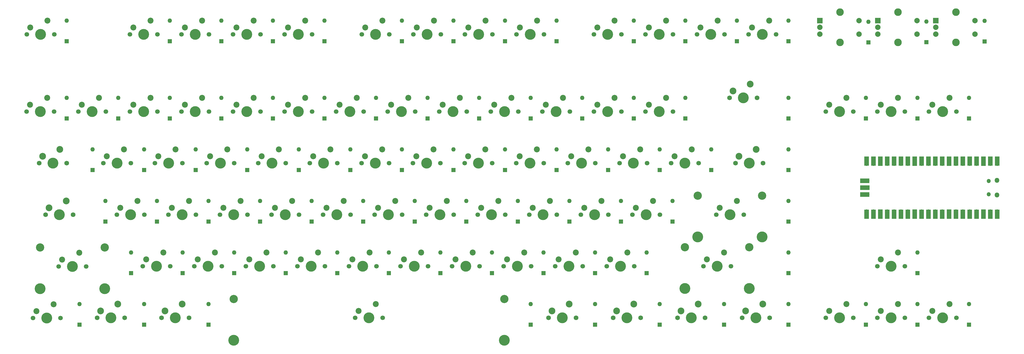
<source format=gbr>
%TF.GenerationSoftware,KiCad,Pcbnew,9.0.2*%
%TF.CreationDate,2025-06-10T11:05:31+05:30*%
%TF.ProjectId,RoyBoard,526f7942-6f61-4726-942e-6b696361645f,rev?*%
%TF.SameCoordinates,Original*%
%TF.FileFunction,Soldermask,Bot*%
%TF.FilePolarity,Negative*%
%FSLAX46Y46*%
G04 Gerber Fmt 4.6, Leading zero omitted, Abs format (unit mm)*
G04 Created by KiCad (PCBNEW 9.0.2) date 2025-06-10 11:05:31*
%MOMM*%
%LPD*%
G01*
G04 APERTURE LIST*
%ADD10C,3.050000*%
%ADD11C,4.000000*%
%ADD12C,1.700000*%
%ADD13C,2.200000*%
%ADD14C,1.750000*%
%ADD15C,2.500000*%
%ADD16R,2.000000X2.000000*%
%ADD17C,2.000000*%
%ADD18C,2.800000*%
%ADD19R,1.600000X1.600000*%
%ADD20O,1.600000X1.600000*%
%ADD21O,1.800000X1.800000*%
%ADD22O,1.500000X1.500000*%
%ADD23O,1.700000X1.700000*%
%ADD24R,1.700000X3.500000*%
%ADD25R,1.700000X1.700000*%
%ADD26R,3.500000X1.700000*%
G04 APERTURE END LIST*
D10*
%TO.C,SW70*%
X119235000Y-143200000D03*
D11*
X119235000Y-158440000D03*
D12*
X164155000Y-150200000D03*
D11*
X169235000Y-150200000D03*
D12*
X174315000Y-150200000D03*
D10*
X219235000Y-143200000D03*
D11*
X219235000Y-158440000D03*
D13*
X171775000Y-145120000D03*
X165425000Y-147660000D03*
%TD*%
D12*
%TO.C,SW10*%
X252340000Y-45405000D03*
D11*
X257420000Y-45405000D03*
D12*
X262500000Y-45405000D03*
D13*
X259960000Y-40325000D03*
X253610000Y-42865000D03*
%TD*%
D14*
%TO.C,SW27*%
X302485000Y-68870000D03*
D11*
X307565000Y-68870000D03*
D14*
X312645000Y-68870000D03*
D15*
X303755000Y-66330000D03*
X310105000Y-63790000D03*
%TD*%
D12*
%TO.C,SW58*%
X123752500Y-131130000D03*
D11*
X128832500Y-131130000D03*
D12*
X133912500Y-131130000D03*
D13*
X131372500Y-126050000D03*
X125022500Y-128590000D03*
%TD*%
D14*
%TO.C,SW73*%
X283267500Y-150140000D03*
D11*
X288347500Y-150140000D03*
D14*
X293427500Y-150140000D03*
D15*
X284537500Y-147600000D03*
X290887500Y-145060000D03*
%TD*%
D12*
%TO.C,SW57*%
X104702500Y-131130000D03*
D11*
X109782500Y-131130000D03*
D12*
X114862500Y-131130000D03*
D13*
X112322500Y-126050000D03*
X105972500Y-128590000D03*
%TD*%
D12*
%TO.C,SW61*%
X180902500Y-131130000D03*
D11*
X185982500Y-131130000D03*
D12*
X191062500Y-131130000D03*
D13*
X188522500Y-126050000D03*
X182172500Y-128590000D03*
%TD*%
D12*
%TO.C,SW53*%
X266627500Y-112080000D03*
D11*
X271707500Y-112080000D03*
D12*
X276787500Y-112080000D03*
D13*
X274247500Y-107000000D03*
X267897500Y-109540000D03*
%TD*%
D14*
%TO.C,SW41*%
X304725000Y-92995000D03*
D11*
X309805000Y-92995000D03*
D14*
X314885000Y-92995000D03*
D15*
X305995000Y-90455000D03*
X312345000Y-87915000D03*
%TD*%
D12*
%TO.C,SW80*%
X357115000Y-150180000D03*
D11*
X362195000Y-150180000D03*
D12*
X367275000Y-150180000D03*
D13*
X364735000Y-145100000D03*
X358385000Y-147640000D03*
%TD*%
D12*
%TO.C,SW78*%
X357115000Y-131130000D03*
D11*
X362195000Y-131130000D03*
D12*
X367275000Y-131130000D03*
D13*
X364735000Y-126050000D03*
X358385000Y-128590000D03*
%TD*%
D12*
%TO.C,SW43*%
X76127500Y-112080000D03*
D11*
X81207500Y-112080000D03*
D12*
X86287500Y-112080000D03*
D13*
X83747500Y-107000000D03*
X77397500Y-109540000D03*
%TD*%
D12*
%TO.C,SW40*%
X280895000Y-93025000D03*
D11*
X285975000Y-93025000D03*
D12*
X291055000Y-93025000D03*
D13*
X288515000Y-87945000D03*
X282165000Y-90485000D03*
%TD*%
D12*
%TO.C,SW24*%
X233290000Y-73980000D03*
D11*
X238370000Y-73980000D03*
D12*
X243450000Y-73980000D03*
D13*
X240910000Y-68900000D03*
X234560000Y-71440000D03*
%TD*%
D12*
%TO.C,SW14*%
X42767500Y-73950000D03*
D11*
X47847500Y-73950000D03*
D12*
X52927500Y-73950000D03*
D13*
X50387500Y-68870000D03*
X44037500Y-71410000D03*
%TD*%
D12*
%TO.C,SW46*%
X133277500Y-112080000D03*
D11*
X138357500Y-112080000D03*
D12*
X143437500Y-112080000D03*
D13*
X140897500Y-107000000D03*
X134547500Y-109540000D03*
%TD*%
D12*
%TO.C,SW33*%
X147405000Y-93055000D03*
D11*
X152485000Y-93055000D03*
D12*
X157565000Y-93055000D03*
D13*
X155025000Y-87975000D03*
X148675000Y-90515000D03*
%TD*%
D12*
%TO.C,SW31*%
X109255000Y-93025000D03*
D11*
X114335000Y-93025000D03*
D12*
X119415000Y-93025000D03*
D13*
X116875000Y-87945000D03*
X110525000Y-90485000D03*
%TD*%
D10*
%TO.C,SW54*%
X290735000Y-105080000D03*
D11*
X290735000Y-120320000D03*
D12*
X297555000Y-112080000D03*
D11*
X302635000Y-112080000D03*
D12*
X307715000Y-112080000D03*
D10*
X314535000Y-105080000D03*
D11*
X314535000Y-120320000D03*
D13*
X305175000Y-107000000D03*
X298825000Y-109540000D03*
%TD*%
D12*
%TO.C,SW30*%
X90175000Y-93045000D03*
D11*
X95255000Y-93045000D03*
D12*
X100335000Y-93045000D03*
D13*
X97795000Y-87965000D03*
X91445000Y-90505000D03*
%TD*%
D12*
%TO.C,SW19*%
X138035000Y-74005000D03*
D11*
X143115000Y-74005000D03*
D12*
X148195000Y-74005000D03*
D13*
X145655000Y-68925000D03*
X139305000Y-71465000D03*
%TD*%
D12*
%TO.C,SW47*%
X152327500Y-112080000D03*
D11*
X157407500Y-112080000D03*
D12*
X162487500Y-112080000D03*
D13*
X159947500Y-107000000D03*
X153597500Y-109540000D03*
%TD*%
D16*
%TO.C,SW84*%
X378666250Y-40325000D03*
D17*
X378666250Y-45325000D03*
X378666250Y-42825000D03*
D18*
X386166250Y-37225000D03*
X386166250Y-48425000D03*
D17*
X393166250Y-40325000D03*
X393166250Y-45325000D03*
%TD*%
D12*
%TO.C,SW1*%
X42790000Y-45405000D03*
D11*
X47870000Y-45405000D03*
D12*
X52950000Y-45405000D03*
D13*
X50410000Y-40325000D03*
X44060000Y-42865000D03*
%TD*%
D12*
%TO.C,SW81*%
X376165000Y-150180000D03*
D11*
X381245000Y-150180000D03*
D12*
X386325000Y-150180000D03*
D13*
X383785000Y-145100000D03*
X377435000Y-147640000D03*
%TD*%
D12*
%TO.C,SW75*%
X338065000Y-73980000D03*
D11*
X343145000Y-73980000D03*
D12*
X348225000Y-73980000D03*
D13*
X345685000Y-68900000D03*
X339335000Y-71440000D03*
%TD*%
D12*
%TO.C,SW44*%
X95177500Y-112080000D03*
D11*
X100257500Y-112080000D03*
D12*
X105337500Y-112080000D03*
D13*
X102797500Y-107000000D03*
X96447500Y-109540000D03*
%TD*%
D12*
%TO.C,SW25*%
X252340000Y-73980000D03*
D11*
X257420000Y-73980000D03*
D12*
X262500000Y-73980000D03*
D13*
X259960000Y-68900000D03*
X253610000Y-71440000D03*
%TD*%
D12*
%TO.C,SW3*%
X99940000Y-45405000D03*
D11*
X105020000Y-45405000D03*
D12*
X110100000Y-45405000D03*
D13*
X107560000Y-40325000D03*
X101210000Y-42865000D03*
%TD*%
D12*
%TO.C,SW35*%
X185515000Y-93045000D03*
D11*
X190595000Y-93045000D03*
D12*
X195675000Y-93045000D03*
D13*
X193135000Y-87965000D03*
X186785000Y-90505000D03*
%TD*%
D12*
%TO.C,SW56*%
X85652500Y-131130000D03*
D11*
X90732500Y-131130000D03*
D12*
X95812500Y-131130000D03*
D13*
X93272500Y-126050000D03*
X86922500Y-128590000D03*
%TD*%
D12*
%TO.C,SW67*%
X45075000Y-150250000D03*
D11*
X50155000Y-150250000D03*
D12*
X55235000Y-150250000D03*
D13*
X52695000Y-145170000D03*
X46345000Y-147710000D03*
%TD*%
D12*
%TO.C,SW60*%
X161852500Y-131130000D03*
D11*
X166932500Y-131130000D03*
D12*
X172012500Y-131130000D03*
D13*
X169472500Y-126050000D03*
X163122500Y-128590000D03*
%TD*%
D12*
%TO.C,SW7*%
X185665000Y-45405000D03*
D11*
X190745000Y-45405000D03*
D12*
X195825000Y-45405000D03*
D13*
X193285000Y-40325000D03*
X186935000Y-42865000D03*
%TD*%
D12*
%TO.C,SW2*%
X80890000Y-45405000D03*
D11*
X85970000Y-45405000D03*
D12*
X91050000Y-45405000D03*
D13*
X88510000Y-40325000D03*
X82160000Y-42865000D03*
%TD*%
D12*
%TO.C,SW77*%
X376165000Y-73980000D03*
D11*
X381245000Y-73980000D03*
D12*
X386325000Y-73980000D03*
D13*
X383785000Y-68900000D03*
X377435000Y-71440000D03*
%TD*%
D14*
%TO.C,SW72*%
X259487500Y-150160000D03*
D11*
X264567500Y-150160000D03*
D14*
X269647500Y-150160000D03*
D15*
X260757500Y-147620000D03*
X267107500Y-145080000D03*
%TD*%
D14*
%TO.C,SW42*%
X49775000Y-112095000D03*
D11*
X54855000Y-112095000D03*
D14*
X59935000Y-112095000D03*
D15*
X51045000Y-109555000D03*
X57395000Y-107015000D03*
%TD*%
D12*
%TO.C,SW79*%
X338065000Y-150180000D03*
D11*
X343145000Y-150180000D03*
D12*
X348225000Y-150180000D03*
D13*
X345685000Y-145100000D03*
X339335000Y-147640000D03*
%TD*%
D12*
%TO.C,SW13*%
X309490000Y-45405000D03*
D11*
X314570000Y-45405000D03*
D12*
X319650000Y-45405000D03*
D13*
X317110000Y-40325000D03*
X310760000Y-42865000D03*
%TD*%
D14*
%TO.C,SW28*%
X47385000Y-93055000D03*
D11*
X52465000Y-93055000D03*
D14*
X57545000Y-93055000D03*
D15*
X48655000Y-90515000D03*
X55005000Y-87975000D03*
%TD*%
D12*
%TO.C,SW9*%
X223765000Y-45405000D03*
D11*
X228845000Y-45405000D03*
D12*
X233925000Y-45405000D03*
D13*
X231385000Y-40325000D03*
X225035000Y-42865000D03*
%TD*%
D12*
%TO.C,SW18*%
X118990000Y-73980000D03*
D11*
X124070000Y-73980000D03*
D12*
X129150000Y-73980000D03*
D13*
X126610000Y-68900000D03*
X120260000Y-71440000D03*
%TD*%
D12*
%TO.C,SW12*%
X290440000Y-45405000D03*
D11*
X295520000Y-45405000D03*
D12*
X300600000Y-45405000D03*
D13*
X298060000Y-40325000D03*
X291710000Y-42865000D03*
%TD*%
D12*
%TO.C,SW50*%
X209477500Y-112080000D03*
D11*
X214557500Y-112080000D03*
D12*
X219637500Y-112080000D03*
D13*
X217097500Y-107000000D03*
X210747500Y-109540000D03*
%TD*%
D12*
%TO.C,SW63*%
X219002500Y-131130000D03*
D11*
X224082500Y-131130000D03*
D12*
X229162500Y-131130000D03*
D13*
X226622500Y-126050000D03*
X220272500Y-128590000D03*
%TD*%
D12*
%TO.C,SW59*%
X142802500Y-131130000D03*
D11*
X147882500Y-131130000D03*
D12*
X152962500Y-131130000D03*
D13*
X150422500Y-126050000D03*
X144072500Y-128590000D03*
%TD*%
D12*
%TO.C,SW21*%
X176140000Y-73980000D03*
D11*
X181220000Y-73980000D03*
D12*
X186300000Y-73980000D03*
D13*
X183760000Y-68900000D03*
X177410000Y-71440000D03*
%TD*%
D12*
%TO.C,SW16*%
X80890000Y-73980000D03*
D11*
X85970000Y-73980000D03*
D12*
X91050000Y-73980000D03*
D13*
X88510000Y-68900000D03*
X82160000Y-71440000D03*
%TD*%
D12*
%TO.C,SW29*%
X71135000Y-93045000D03*
D11*
X76215000Y-93045000D03*
D12*
X81295000Y-93045000D03*
D13*
X78755000Y-87965000D03*
X72405000Y-90505000D03*
%TD*%
D14*
%TO.C,SW68*%
X68797500Y-150220000D03*
D11*
X73877500Y-150220000D03*
D14*
X78957500Y-150220000D03*
D15*
X70067500Y-147680000D03*
X76417500Y-145140000D03*
%TD*%
D14*
%TO.C,SW74*%
X307107500Y-150150000D03*
D11*
X312187500Y-150150000D03*
D14*
X317267500Y-150150000D03*
D15*
X308377500Y-147610000D03*
X314727500Y-145070000D03*
%TD*%
D12*
%TO.C,SW65*%
X257102500Y-131130000D03*
D11*
X262182500Y-131130000D03*
D12*
X267262500Y-131130000D03*
D13*
X264722500Y-126050000D03*
X258372500Y-128590000D03*
%TD*%
D12*
%TO.C,SW49*%
X190427500Y-112080000D03*
D11*
X195507500Y-112080000D03*
D12*
X200587500Y-112080000D03*
D13*
X198047500Y-107000000D03*
X191697500Y-109540000D03*
%TD*%
D12*
%TO.C,SW34*%
X166475000Y-93055000D03*
D11*
X171555000Y-93055000D03*
D12*
X176635000Y-93055000D03*
D13*
X174095000Y-87975000D03*
X167745000Y-90515000D03*
%TD*%
D12*
%TO.C,SW37*%
X223675000Y-93035000D03*
D11*
X228755000Y-93035000D03*
D12*
X233835000Y-93035000D03*
D13*
X231295000Y-87955000D03*
X224945000Y-90495000D03*
%TD*%
D12*
%TO.C,SW38*%
X242735000Y-93035000D03*
D11*
X247815000Y-93035000D03*
D12*
X252895000Y-93035000D03*
D13*
X250355000Y-87955000D03*
X244005000Y-90495000D03*
%TD*%
D12*
%TO.C,SW45*%
X114227500Y-112080000D03*
D11*
X119307500Y-112080000D03*
D12*
X124387500Y-112080000D03*
D13*
X121847500Y-107000000D03*
X115497500Y-109540000D03*
%TD*%
D10*
%TO.C,SW66*%
X285975000Y-124120000D03*
D11*
X285975000Y-139360000D03*
D12*
X292795000Y-131120000D03*
D11*
X297875000Y-131120000D03*
D12*
X302955000Y-131120000D03*
D10*
X309775000Y-124120000D03*
D11*
X309775000Y-139360000D03*
D13*
X300415000Y-126040000D03*
X294065000Y-128580000D03*
%TD*%
D12*
%TO.C,SW17*%
X99940000Y-73980000D03*
D11*
X105020000Y-73980000D03*
D12*
X110100000Y-73980000D03*
D13*
X107560000Y-68900000D03*
X101210000Y-71440000D03*
%TD*%
D12*
%TO.C,SW64*%
X238052500Y-131130000D03*
D11*
X243132500Y-131130000D03*
D12*
X248212500Y-131130000D03*
D13*
X245672500Y-126050000D03*
X239322500Y-128590000D03*
%TD*%
D16*
%TO.C,SW83*%
X357235000Y-40325000D03*
D17*
X357235000Y-45325000D03*
X357235000Y-42825000D03*
D18*
X364735000Y-37225000D03*
X364735000Y-48425000D03*
D17*
X371735000Y-40325000D03*
X371735000Y-45325000D03*
%TD*%
D12*
%TO.C,SW6*%
X166615000Y-45405000D03*
D11*
X171695000Y-45405000D03*
D12*
X176775000Y-45405000D03*
D13*
X174235000Y-40325000D03*
X167885000Y-42865000D03*
%TD*%
D12*
%TO.C,SW15*%
X61840000Y-73980000D03*
D11*
X66920000Y-73980000D03*
D12*
X72000000Y-73980000D03*
D13*
X69460000Y-68900000D03*
X63110000Y-71440000D03*
%TD*%
D12*
%TO.C,SW26*%
X271390000Y-73980000D03*
D11*
X276470000Y-73980000D03*
D12*
X281550000Y-73980000D03*
D13*
X279010000Y-68900000D03*
X272660000Y-71440000D03*
%TD*%
D12*
%TO.C,SW8*%
X204715000Y-45405000D03*
D11*
X209795000Y-45405000D03*
D12*
X214875000Y-45405000D03*
D13*
X212335000Y-40325000D03*
X205985000Y-42865000D03*
%TD*%
D14*
%TO.C,SW69*%
X92637500Y-150220000D03*
D11*
X97717500Y-150220000D03*
D14*
X102797500Y-150220000D03*
D15*
X93907500Y-147680000D03*
X100257500Y-145140000D03*
%TD*%
D12*
%TO.C,SW48*%
X171377500Y-112080000D03*
D11*
X176457500Y-112080000D03*
D12*
X181537500Y-112080000D03*
D13*
X178997500Y-107000000D03*
X172647500Y-109540000D03*
%TD*%
D12*
%TO.C,SW39*%
X261825000Y-93025000D03*
D11*
X266905000Y-93025000D03*
D12*
X271985000Y-93025000D03*
D13*
X269445000Y-87945000D03*
X263095000Y-90485000D03*
%TD*%
D12*
%TO.C,SW4*%
X118990000Y-45405000D03*
D11*
X124070000Y-45405000D03*
D12*
X129150000Y-45405000D03*
D13*
X126610000Y-40325000D03*
X120260000Y-42865000D03*
%TD*%
D14*
%TO.C,SW71*%
X235637500Y-150180000D03*
D11*
X240717500Y-150180000D03*
D14*
X245797500Y-150180000D03*
D15*
X236907500Y-147640000D03*
X243257500Y-145100000D03*
%TD*%
D12*
%TO.C,SW52*%
X247577500Y-112080000D03*
D11*
X252657500Y-112080000D03*
D12*
X257737500Y-112080000D03*
D13*
X255197500Y-107000000D03*
X248847500Y-109540000D03*
%TD*%
D12*
%TO.C,SW23*%
X214240000Y-73980000D03*
D11*
X219320000Y-73980000D03*
D12*
X224400000Y-73980000D03*
D13*
X221860000Y-68900000D03*
X215510000Y-71440000D03*
%TD*%
D12*
%TO.C,SW76*%
X357115000Y-73980000D03*
D11*
X362195000Y-73980000D03*
D12*
X367275000Y-73980000D03*
D13*
X364735000Y-68900000D03*
X358385000Y-71440000D03*
%TD*%
D16*
%TO.C,SW82*%
X335803750Y-40325000D03*
D17*
X335803750Y-45325000D03*
X335803750Y-42825000D03*
D18*
X343303750Y-37225000D03*
X343303750Y-48425000D03*
D17*
X350303750Y-40325000D03*
X350303750Y-45325000D03*
%TD*%
D12*
%TO.C,SW22*%
X195190000Y-73980000D03*
D11*
X200270000Y-73980000D03*
D12*
X205350000Y-73980000D03*
D13*
X202810000Y-68900000D03*
X196460000Y-71440000D03*
%TD*%
D12*
%TO.C,SW62*%
X199952500Y-131130000D03*
D11*
X205032500Y-131130000D03*
D12*
X210112500Y-131130000D03*
D13*
X207572500Y-126050000D03*
X201222500Y-128590000D03*
%TD*%
D12*
%TO.C,SW51*%
X228527500Y-112080000D03*
D11*
X233607500Y-112080000D03*
D12*
X238687500Y-112080000D03*
D13*
X236147500Y-107000000D03*
X229797500Y-109540000D03*
%TD*%
D12*
%TO.C,SW20*%
X157090000Y-73980000D03*
D11*
X162170000Y-73980000D03*
D12*
X167250000Y-73980000D03*
D13*
X164710000Y-68900000D03*
X158360000Y-71440000D03*
%TD*%
D10*
%TO.C,SW55*%
X47765000Y-124200000D03*
D11*
X47765000Y-139440000D03*
D12*
X54585000Y-131200000D03*
D11*
X59665000Y-131200000D03*
D12*
X64745000Y-131200000D03*
D10*
X71565000Y-124200000D03*
D11*
X71565000Y-139440000D03*
D13*
X62205000Y-126120000D03*
X55855000Y-128660000D03*
%TD*%
D12*
%TO.C,SW36*%
X204585000Y-93045000D03*
D11*
X209665000Y-93045000D03*
D12*
X214745000Y-93045000D03*
D13*
X212205000Y-87965000D03*
X205855000Y-90505000D03*
%TD*%
D12*
%TO.C,SW11*%
X271390000Y-45405000D03*
D11*
X276470000Y-45405000D03*
D12*
X281550000Y-45405000D03*
D13*
X279010000Y-40325000D03*
X272660000Y-42865000D03*
%TD*%
D12*
%TO.C,SW5*%
X138040000Y-45405000D03*
D11*
X143120000Y-45405000D03*
D12*
X148200000Y-45405000D03*
D13*
X145660000Y-40325000D03*
X139310000Y-42865000D03*
%TD*%
D12*
%TO.C,SW32*%
X128325000Y-93065000D03*
D11*
X133405000Y-93065000D03*
D12*
X138485000Y-93065000D03*
D13*
X135945000Y-87985000D03*
X129595000Y-90525000D03*
%TD*%
D19*
%TO.C,D53*%
X281391250Y-114620000D03*
D20*
X281391250Y-107000000D03*
%TD*%
D19*
%TO.C,D73*%
X300441250Y-152720000D03*
D20*
X300441250Y-145100000D03*
%TD*%
D19*
%TO.C,D2*%
X95653750Y-47945000D03*
D20*
X95653750Y-40325000D03*
%TD*%
D19*
%TO.C,D61*%
X195666250Y-133670000D03*
D20*
X195666250Y-126050000D03*
%TD*%
D19*
%TO.C,D15*%
X76603750Y-76520000D03*
D20*
X76603750Y-68900000D03*
%TD*%
D19*
%TO.C,D39*%
X276628750Y-95570000D03*
D20*
X276628750Y-87950000D03*
%TD*%
D19*
%TO.C,D81*%
X390928750Y-152720000D03*
D20*
X390928750Y-145100000D03*
%TD*%
D19*
%TO.C,D5*%
X152803750Y-47945000D03*
D20*
X152803750Y-40325000D03*
%TD*%
D19*
%TO.C,D44*%
X109941250Y-114620000D03*
D20*
X109941250Y-107000000D03*
%TD*%
D19*
%TO.C,D8*%
X219478750Y-47945000D03*
D20*
X219478750Y-40325000D03*
%TD*%
D19*
%TO.C,D21*%
X190903750Y-76520000D03*
D20*
X190903750Y-68900000D03*
%TD*%
D19*
%TO.C,D77*%
X390928750Y-76520000D03*
D20*
X390928750Y-68900000D03*
%TD*%
D19*
%TO.C,D1*%
X57553750Y-47945000D03*
D20*
X57553750Y-40325000D03*
%TD*%
D19*
%TO.C,D35*%
X200428750Y-95570000D03*
D20*
X200428750Y-87950000D03*
%TD*%
D19*
%TO.C,D10*%
X267103750Y-47945000D03*
D20*
X267103750Y-40325000D03*
%TD*%
D19*
%TO.C,D41*%
X324253750Y-95570000D03*
D20*
X324253750Y-87950000D03*
%TD*%
D19*
%TO.C,D42*%
X71841250Y-114620000D03*
D20*
X71841250Y-107000000D03*
%TD*%
D19*
%TO.C,D23*%
X229003750Y-76520000D03*
D20*
X229003750Y-68900000D03*
%TD*%
D19*
%TO.C,D40*%
X295678750Y-95570000D03*
D20*
X295678750Y-87950000D03*
%TD*%
D19*
%TO.C,D58*%
X138516250Y-133670000D03*
D20*
X138516250Y-126050000D03*
%TD*%
D19*
%TO.C,D60*%
X176616250Y-133670000D03*
D20*
X176616250Y-126050000D03*
%TD*%
D19*
%TO.C,D52*%
X262341250Y-114620000D03*
D20*
X262341250Y-107000000D03*
%TD*%
D19*
%TO.C,D32*%
X143278750Y-95570000D03*
D20*
X143278750Y-87950000D03*
%TD*%
D19*
%TO.C,D74*%
X324253750Y-152720000D03*
D20*
X324253750Y-145100000D03*
%TD*%
D19*
%TO.C,D26*%
X286153750Y-76520000D03*
D20*
X286153750Y-68900000D03*
%TD*%
D19*
%TO.C,D64*%
X252816250Y-133670000D03*
D20*
X252816250Y-126050000D03*
%TD*%
D19*
%TO.C,D17*%
X114703750Y-76520000D03*
D20*
X114703750Y-68900000D03*
%TD*%
D19*
%TO.C,D6*%
X181378750Y-47945000D03*
D20*
X181378750Y-40325000D03*
%TD*%
D19*
%TO.C,D27*%
X324253750Y-76520000D03*
D20*
X324253750Y-68900000D03*
%TD*%
D19*
%TO.C,D62*%
X214716250Y-133670000D03*
D20*
X214716250Y-126050000D03*
%TD*%
D19*
%TO.C,D12*%
X305203750Y-47945000D03*
D20*
X305203750Y-40325000D03*
%TD*%
D19*
%TO.C,D84*%
X396685000Y-48100000D03*
D20*
X396685000Y-40480000D03*
%TD*%
D19*
%TO.C,D20*%
X171853750Y-76520000D03*
D20*
X171853750Y-68900000D03*
%TD*%
D19*
%TO.C,D63*%
X233766250Y-133670000D03*
D20*
X233766250Y-126050000D03*
%TD*%
D19*
%TO.C,D38*%
X257578750Y-95570000D03*
D20*
X257578750Y-87950000D03*
%TD*%
D19*
%TO.C,D78*%
X371878750Y-133670000D03*
D20*
X371878750Y-126050000D03*
%TD*%
D19*
%TO.C,D67*%
X62316250Y-152720000D03*
D20*
X62316250Y-145100000D03*
%TD*%
D19*
%TO.C,D83*%
X353755000Y-48370000D03*
D20*
X353755000Y-40750000D03*
%TD*%
D19*
%TO.C,D22*%
X209953750Y-76520000D03*
D20*
X209953750Y-68900000D03*
%TD*%
D19*
%TO.C,D19*%
X152803750Y-76520000D03*
D20*
X152803750Y-68900000D03*
%TD*%
D19*
%TO.C,D51*%
X243291250Y-114620000D03*
D20*
X243291250Y-107000000D03*
%TD*%
D19*
%TO.C,D76*%
X371878750Y-76520000D03*
D20*
X371878750Y-68900000D03*
%TD*%
D19*
%TO.C,D47*%
X167091250Y-114620000D03*
D20*
X167091250Y-107000000D03*
%TD*%
D19*
%TO.C,D33*%
X162328750Y-95570000D03*
D20*
X162328750Y-87950000D03*
%TD*%
D19*
%TO.C,D18*%
X133753750Y-76520000D03*
D20*
X133753750Y-68900000D03*
%TD*%
D19*
%TO.C,D59*%
X157566250Y-133670000D03*
D20*
X157566250Y-126050000D03*
%TD*%
D19*
%TO.C,D55*%
X81366250Y-133670000D03*
D20*
X81366250Y-126050000D03*
%TD*%
D19*
%TO.C,D50*%
X224241250Y-114620000D03*
D20*
X224241250Y-107000000D03*
%TD*%
D19*
%TO.C,D49*%
X205191250Y-114620000D03*
D20*
X205191250Y-107000000D03*
%TD*%
D19*
%TO.C,D68*%
X86128750Y-152720000D03*
D20*
X86128750Y-145100000D03*
%TD*%
D19*
%TO.C,D7*%
X200428750Y-47945000D03*
D20*
X200428750Y-40325000D03*
%TD*%
D19*
%TO.C,D3*%
X114703750Y-47945000D03*
D20*
X114703750Y-40325000D03*
%TD*%
D19*
%TO.C,D71*%
X252816250Y-152720000D03*
D20*
X252816250Y-145100000D03*
%TD*%
D19*
%TO.C,D57*%
X119466250Y-133670000D03*
D20*
X119466250Y-126050000D03*
%TD*%
D19*
%TO.C,D75*%
X352828750Y-76520000D03*
D20*
X352828750Y-68900000D03*
%TD*%
D19*
%TO.C,D54*%
X324253750Y-114620000D03*
D20*
X324253750Y-107000000D03*
%TD*%
D19*
%TO.C,D9*%
X238528750Y-47945000D03*
D20*
X238528750Y-40325000D03*
%TD*%
D19*
%TO.C,D25*%
X267103750Y-76520000D03*
D20*
X267103750Y-68900000D03*
%TD*%
D19*
%TO.C,D11*%
X286153750Y-47945000D03*
D20*
X286153750Y-40325000D03*
%TD*%
D19*
%TO.C,D16*%
X95653750Y-76520000D03*
D20*
X95653750Y-68900000D03*
%TD*%
D19*
%TO.C,D46*%
X148041250Y-114620000D03*
D20*
X148041250Y-107000000D03*
%TD*%
D19*
%TO.C,D37*%
X238528750Y-95570000D03*
D20*
X238528750Y-87950000D03*
%TD*%
D19*
%TO.C,D65*%
X271866250Y-133670000D03*
D20*
X271866250Y-126050000D03*
%TD*%
D19*
%TO.C,D43*%
X90891250Y-114620000D03*
D20*
X90891250Y-107000000D03*
%TD*%
D19*
%TO.C,D66*%
X324253750Y-133670000D03*
D20*
X324253750Y-126050000D03*
%TD*%
D19*
%TO.C,D29*%
X86128750Y-95570000D03*
D20*
X86128750Y-87950000D03*
%TD*%
D19*
%TO.C,D14*%
X57553750Y-76520000D03*
D20*
X57553750Y-68900000D03*
%TD*%
D19*
%TO.C,D70*%
X229003750Y-152720000D03*
D20*
X229003750Y-145100000D03*
%TD*%
D19*
%TO.C,D31*%
X124228750Y-95570000D03*
D20*
X124228750Y-87950000D03*
%TD*%
D19*
%TO.C,D56*%
X100416250Y-133670000D03*
D20*
X100416250Y-126050000D03*
%TD*%
D19*
%TO.C,D82*%
X375175000Y-48310000D03*
D20*
X375175000Y-40690000D03*
%TD*%
D19*
%TO.C,D69*%
X109941250Y-152720000D03*
D20*
X109941250Y-145100000D03*
%TD*%
D19*
%TO.C,D72*%
X276628750Y-152720000D03*
D20*
X276628750Y-145100000D03*
%TD*%
D19*
%TO.C,D45*%
X128991250Y-114620000D03*
D20*
X128991250Y-107000000D03*
%TD*%
D19*
%TO.C,D48*%
X186141250Y-114620000D03*
D20*
X186141250Y-107000000D03*
%TD*%
D19*
%TO.C,D36*%
X219478750Y-95570000D03*
D20*
X219478750Y-87950000D03*
%TD*%
D19*
%TO.C,D4*%
X133753750Y-47945000D03*
D20*
X133753750Y-40325000D03*
%TD*%
D19*
%TO.C,D28*%
X67078750Y-95570000D03*
D20*
X67078750Y-87950000D03*
%TD*%
D19*
%TO.C,D30*%
X105178750Y-95570000D03*
D20*
X105178750Y-87950000D03*
%TD*%
D19*
%TO.C,D13*%
X324253750Y-47945000D03*
D20*
X324253750Y-40325000D03*
%TD*%
D19*
%TO.C,D24*%
X248053750Y-76520000D03*
D20*
X248053750Y-68900000D03*
%TD*%
D21*
%TO.C,U1*%
X401276250Y-104803750D03*
D22*
X398246250Y-104503750D03*
X398246250Y-99653750D03*
D21*
X401276250Y-99353750D03*
D23*
X401406250Y-110968750D03*
D24*
X401406250Y-111868750D03*
D23*
X398866250Y-110968750D03*
D24*
X398866250Y-111868750D03*
D25*
X396326250Y-110968750D03*
D24*
X396326250Y-111868750D03*
D23*
X393786250Y-110968750D03*
D24*
X393786250Y-111868750D03*
D23*
X391246250Y-110968750D03*
D24*
X391246250Y-111868750D03*
D23*
X388706250Y-110968750D03*
D24*
X388706250Y-111868750D03*
D23*
X386166250Y-110968750D03*
D24*
X386166250Y-111868750D03*
D25*
X383626250Y-110968750D03*
D24*
X383626250Y-111868750D03*
D23*
X381086250Y-110968750D03*
D24*
X381086250Y-111868750D03*
D23*
X378546250Y-110968750D03*
D24*
X378546250Y-111868750D03*
D23*
X376006250Y-110968750D03*
D24*
X376006250Y-111868750D03*
D23*
X373466250Y-110968750D03*
D24*
X373466250Y-111868750D03*
D25*
X370926250Y-110968750D03*
D24*
X370926250Y-111868750D03*
D23*
X368386250Y-110968750D03*
D24*
X368386250Y-111868750D03*
D23*
X365846250Y-110968750D03*
D24*
X365846250Y-111868750D03*
D23*
X363306250Y-110968750D03*
D24*
X363306250Y-111868750D03*
D23*
X360766250Y-110968750D03*
D24*
X360766250Y-111868750D03*
D25*
X358226250Y-110968750D03*
D24*
X358226250Y-111868750D03*
D23*
X355686250Y-110968750D03*
D24*
X355686250Y-111868750D03*
D23*
X353146250Y-110968750D03*
D24*
X353146250Y-111868750D03*
D23*
X353146250Y-93188750D03*
D24*
X353146250Y-92288750D03*
D23*
X355686250Y-93188750D03*
D24*
X355686250Y-92288750D03*
D25*
X358226250Y-93188750D03*
D24*
X358226250Y-92288750D03*
D23*
X360766250Y-93188750D03*
D24*
X360766250Y-92288750D03*
D23*
X363306250Y-93188750D03*
D24*
X363306250Y-92288750D03*
D23*
X365846250Y-93188750D03*
D24*
X365846250Y-92288750D03*
D23*
X368386250Y-93188750D03*
D24*
X368386250Y-92288750D03*
D25*
X370926250Y-93188750D03*
D24*
X370926250Y-92288750D03*
D23*
X373466250Y-93188750D03*
D24*
X373466250Y-92288750D03*
D23*
X376006250Y-93188750D03*
D24*
X376006250Y-92288750D03*
D23*
X378546250Y-93188750D03*
D24*
X378546250Y-92288750D03*
D23*
X381086250Y-93188750D03*
D24*
X381086250Y-92288750D03*
D25*
X383626250Y-93188750D03*
D24*
X383626250Y-92288750D03*
D23*
X386166250Y-93188750D03*
D24*
X386166250Y-92288750D03*
D23*
X388706250Y-93188750D03*
D24*
X388706250Y-92288750D03*
D23*
X391246250Y-93188750D03*
D24*
X391246250Y-92288750D03*
D23*
X393786250Y-93188750D03*
D24*
X393786250Y-92288750D03*
D25*
X396326250Y-93188750D03*
D24*
X396326250Y-92288750D03*
D23*
X398866250Y-93188750D03*
D24*
X398866250Y-92288750D03*
D23*
X401406250Y-93188750D03*
D24*
X401406250Y-92288750D03*
D23*
X353376250Y-104618750D03*
D26*
X352476250Y-104618750D03*
D25*
X353376250Y-102078750D03*
D26*
X352476250Y-102078750D03*
D23*
X353376250Y-99538750D03*
D26*
X352476250Y-99538750D03*
%TD*%
D19*
%TO.C,D34*%
X181378750Y-95570000D03*
D20*
X181378750Y-87950000D03*
%TD*%
D19*
%TO.C,D79*%
X352828750Y-152720000D03*
D20*
X352828750Y-145100000D03*
%TD*%
D19*
%TO.C,D80*%
X371878750Y-152720000D03*
D20*
X371878750Y-145100000D03*
%TD*%
M02*

</source>
